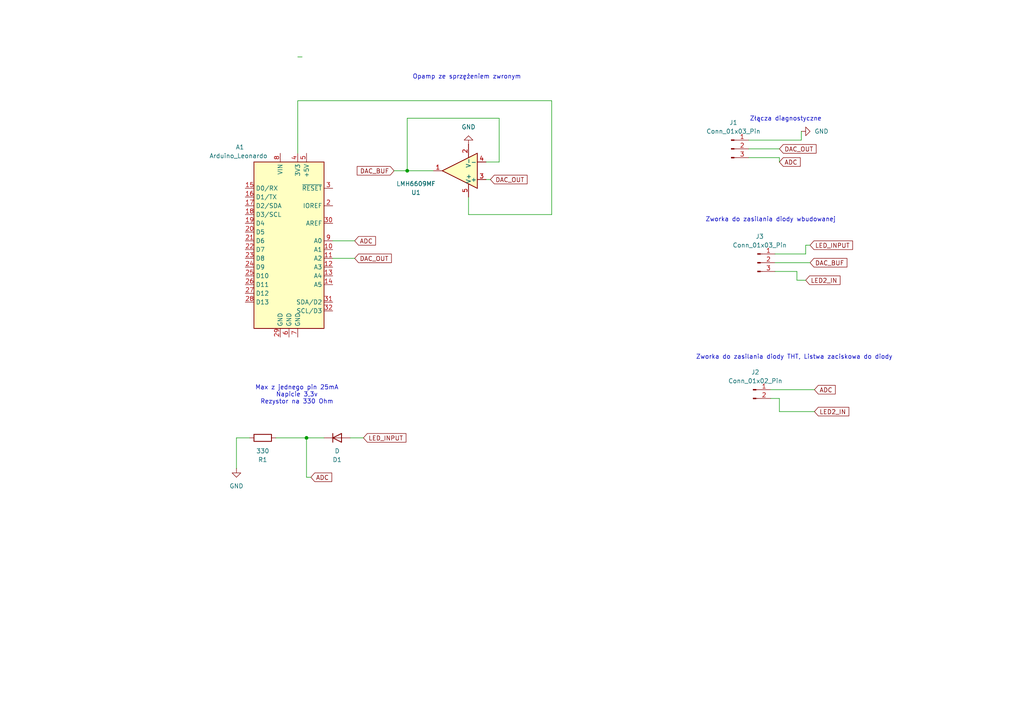
<source format=kicad_sch>
(kicad_sch
	(version 20231120)
	(generator "eeschema")
	(generator_version "8.0")
	(uuid "b1606717-19ae-4510-ae31-b246e5a4d352")
	(paper "A4")
	(lib_symbols
		(symbol "Amplifier_Operational:LMH6609MF"
			(pin_names
				(offset 0.127)
			)
			(exclude_from_sim no)
			(in_bom yes)
			(on_board yes)
			(property "Reference" "U"
				(at -1.27 6.35 0)
				(effects
					(font
						(size 1.27 1.27)
					)
					(justify left)
				)
			)
			(property "Value" "LMH6609MF"
				(at -1.27 3.81 0)
				(effects
					(font
						(size 1.27 1.27)
					)
					(justify left)
				)
			)
			(property "Footprint" "Package_TO_SOT_SMD:SOT-23-5"
				(at -2.54 -5.08 0)
				(effects
					(font
						(size 1.27 1.27)
					)
					(justify left)
					(hide yes)
				)
			)
			(property "Datasheet" "http://www.ti.com/lit/ds/symlink/lmh6609.pdf"
				(at 0 5.08 0)
				(effects
					(font
						(size 1.27 1.27)
					)
					(hide yes)
				)
			)
			(property "Description" "900MHz Voltage Feedback Op Amp, SOT-23-5"
				(at 0 0 0)
				(effects
					(font
						(size 1.27 1.27)
					)
					(hide yes)
				)
			)
			(property "ki_keywords" "opamp single wideband unity-gain stable"
				(at 0 0 0)
				(effects
					(font
						(size 1.27 1.27)
					)
					(hide yes)
				)
			)
			(property "ki_fp_filters" "SOT?23*"
				(at 0 0 0)
				(effects
					(font
						(size 1.27 1.27)
					)
					(hide yes)
				)
			)
			(symbol "LMH6609MF_0_1"
				(polyline
					(pts
						(xy -5.08 5.08) (xy 5.08 0) (xy -5.08 -5.08) (xy -5.08 5.08)
					)
					(stroke
						(width 0.254)
						(type default)
					)
					(fill
						(type background)
					)
				)
				(pin power_in line
					(at -2.54 -7.62 90)
					(length 3.81)
					(name "V-"
						(effects
							(font
								(size 1.27 1.27)
							)
						)
					)
					(number "2"
						(effects
							(font
								(size 1.27 1.27)
							)
						)
					)
				)
				(pin power_in line
					(at -2.54 7.62 270)
					(length 3.81)
					(name "V+"
						(effects
							(font
								(size 1.27 1.27)
							)
						)
					)
					(number "5"
						(effects
							(font
								(size 1.27 1.27)
							)
						)
					)
				)
			)
			(symbol "LMH6609MF_1_1"
				(pin output line
					(at 7.62 0 180)
					(length 2.54)
					(name "~"
						(effects
							(font
								(size 1.27 1.27)
							)
						)
					)
					(number "1"
						(effects
							(font
								(size 1.27 1.27)
							)
						)
					)
				)
				(pin input line
					(at -7.62 2.54 0)
					(length 2.54)
					(name "+"
						(effects
							(font
								(size 1.27 1.27)
							)
						)
					)
					(number "3"
						(effects
							(font
								(size 1.27 1.27)
							)
						)
					)
				)
				(pin input line
					(at -7.62 -2.54 0)
					(length 2.54)
					(name "-"
						(effects
							(font
								(size 1.27 1.27)
							)
						)
					)
					(number "4"
						(effects
							(font
								(size 1.27 1.27)
							)
						)
					)
				)
			)
		)
		(symbol "Connector:Conn_01x02_Pin"
			(pin_names
				(offset 1.016) hide)
			(exclude_from_sim no)
			(in_bom yes)
			(on_board yes)
			(property "Reference" "J"
				(at 0 2.54 0)
				(effects
					(font
						(size 1.27 1.27)
					)
				)
			)
			(property "Value" "Conn_01x02_Pin"
				(at 0 -5.08 0)
				(effects
					(font
						(size 1.27 1.27)
					)
				)
			)
			(property "Footprint" ""
				(at 0 0 0)
				(effects
					(font
						(size 1.27 1.27)
					)
					(hide yes)
				)
			)
			(property "Datasheet" "~"
				(at 0 0 0)
				(effects
					(font
						(size 1.27 1.27)
					)
					(hide yes)
				)
			)
			(property "Description" "Generic connector, single row, 01x02, script generated"
				(at 0 0 0)
				(effects
					(font
						(size 1.27 1.27)
					)
					(hide yes)
				)
			)
			(property "ki_locked" ""
				(at 0 0 0)
				(effects
					(font
						(size 1.27 1.27)
					)
				)
			)
			(property "ki_keywords" "connector"
				(at 0 0 0)
				(effects
					(font
						(size 1.27 1.27)
					)
					(hide yes)
				)
			)
			(property "ki_fp_filters" "Connector*:*_1x??_*"
				(at 0 0 0)
				(effects
					(font
						(size 1.27 1.27)
					)
					(hide yes)
				)
			)
			(symbol "Conn_01x02_Pin_1_1"
				(polyline
					(pts
						(xy 1.27 -2.54) (xy 0.8636 -2.54)
					)
					(stroke
						(width 0.1524)
						(type default)
					)
					(fill
						(type none)
					)
				)
				(polyline
					(pts
						(xy 1.27 0) (xy 0.8636 0)
					)
					(stroke
						(width 0.1524)
						(type default)
					)
					(fill
						(type none)
					)
				)
				(rectangle
					(start 0.8636 -2.413)
					(end 0 -2.667)
					(stroke
						(width 0.1524)
						(type default)
					)
					(fill
						(type outline)
					)
				)
				(rectangle
					(start 0.8636 0.127)
					(end 0 -0.127)
					(stroke
						(width 0.1524)
						(type default)
					)
					(fill
						(type outline)
					)
				)
				(pin passive line
					(at 5.08 0 180)
					(length 3.81)
					(name "Pin_1"
						(effects
							(font
								(size 1.27 1.27)
							)
						)
					)
					(number "1"
						(effects
							(font
								(size 1.27 1.27)
							)
						)
					)
				)
				(pin passive line
					(at 5.08 -2.54 180)
					(length 3.81)
					(name "Pin_2"
						(effects
							(font
								(size 1.27 1.27)
							)
						)
					)
					(number "2"
						(effects
							(font
								(size 1.27 1.27)
							)
						)
					)
				)
			)
		)
		(symbol "Connector:Conn_01x03_Pin"
			(pin_names
				(offset 1.016) hide)
			(exclude_from_sim no)
			(in_bom yes)
			(on_board yes)
			(property "Reference" "J"
				(at 0 5.08 0)
				(effects
					(font
						(size 1.27 1.27)
					)
				)
			)
			(property "Value" "Conn_01x03_Pin"
				(at 0 -5.08 0)
				(effects
					(font
						(size 1.27 1.27)
					)
				)
			)
			(property "Footprint" ""
				(at 0 0 0)
				(effects
					(font
						(size 1.27 1.27)
					)
					(hide yes)
				)
			)
			(property "Datasheet" "~"
				(at 0 0 0)
				(effects
					(font
						(size 1.27 1.27)
					)
					(hide yes)
				)
			)
			(property "Description" "Generic connector, single row, 01x03, script generated"
				(at 0 0 0)
				(effects
					(font
						(size 1.27 1.27)
					)
					(hide yes)
				)
			)
			(property "ki_locked" ""
				(at 0 0 0)
				(effects
					(font
						(size 1.27 1.27)
					)
				)
			)
			(property "ki_keywords" "connector"
				(at 0 0 0)
				(effects
					(font
						(size 1.27 1.27)
					)
					(hide yes)
				)
			)
			(property "ki_fp_filters" "Connector*:*_1x??_*"
				(at 0 0 0)
				(effects
					(font
						(size 1.27 1.27)
					)
					(hide yes)
				)
			)
			(symbol "Conn_01x03_Pin_1_1"
				(polyline
					(pts
						(xy 1.27 -2.54) (xy 0.8636 -2.54)
					)
					(stroke
						(width 0.1524)
						(type default)
					)
					(fill
						(type none)
					)
				)
				(polyline
					(pts
						(xy 1.27 0) (xy 0.8636 0)
					)
					(stroke
						(width 0.1524)
						(type default)
					)
					(fill
						(type none)
					)
				)
				(polyline
					(pts
						(xy 1.27 2.54) (xy 0.8636 2.54)
					)
					(stroke
						(width 0.1524)
						(type default)
					)
					(fill
						(type none)
					)
				)
				(rectangle
					(start 0.8636 -2.413)
					(end 0 -2.667)
					(stroke
						(width 0.1524)
						(type default)
					)
					(fill
						(type outline)
					)
				)
				(rectangle
					(start 0.8636 0.127)
					(end 0 -0.127)
					(stroke
						(width 0.1524)
						(type default)
					)
					(fill
						(type outline)
					)
				)
				(rectangle
					(start 0.8636 2.667)
					(end 0 2.413)
					(stroke
						(width 0.1524)
						(type default)
					)
					(fill
						(type outline)
					)
				)
				(pin passive line
					(at 5.08 2.54 180)
					(length 3.81)
					(name "Pin_1"
						(effects
							(font
								(size 1.27 1.27)
							)
						)
					)
					(number "1"
						(effects
							(font
								(size 1.27 1.27)
							)
						)
					)
				)
				(pin passive line
					(at 5.08 0 180)
					(length 3.81)
					(name "Pin_2"
						(effects
							(font
								(size 1.27 1.27)
							)
						)
					)
					(number "2"
						(effects
							(font
								(size 1.27 1.27)
							)
						)
					)
				)
				(pin passive line
					(at 5.08 -2.54 180)
					(length 3.81)
					(name "Pin_3"
						(effects
							(font
								(size 1.27 1.27)
							)
						)
					)
					(number "3"
						(effects
							(font
								(size 1.27 1.27)
							)
						)
					)
				)
			)
		)
		(symbol "Device:D"
			(pin_numbers hide)
			(pin_names
				(offset 1.016) hide)
			(exclude_from_sim no)
			(in_bom yes)
			(on_board yes)
			(property "Reference" "D"
				(at 0 2.54 0)
				(effects
					(font
						(size 1.27 1.27)
					)
				)
			)
			(property "Value" "D"
				(at 0 -2.54 0)
				(effects
					(font
						(size 1.27 1.27)
					)
				)
			)
			(property "Footprint" ""
				(at 0 0 0)
				(effects
					(font
						(size 1.27 1.27)
					)
					(hide yes)
				)
			)
			(property "Datasheet" "~"
				(at 0 0 0)
				(effects
					(font
						(size 1.27 1.27)
					)
					(hide yes)
				)
			)
			(property "Description" "Diode"
				(at 0 0 0)
				(effects
					(font
						(size 1.27 1.27)
					)
					(hide yes)
				)
			)
			(property "Sim.Device" "D"
				(at 0 0 0)
				(effects
					(font
						(size 1.27 1.27)
					)
					(hide yes)
				)
			)
			(property "Sim.Pins" "1=K 2=A"
				(at 0 0 0)
				(effects
					(font
						(size 1.27 1.27)
					)
					(hide yes)
				)
			)
			(property "ki_keywords" "diode"
				(at 0 0 0)
				(effects
					(font
						(size 1.27 1.27)
					)
					(hide yes)
				)
			)
			(property "ki_fp_filters" "TO-???* *_Diode_* *SingleDiode* D_*"
				(at 0 0 0)
				(effects
					(font
						(size 1.27 1.27)
					)
					(hide yes)
				)
			)
			(symbol "D_0_1"
				(polyline
					(pts
						(xy -1.27 1.27) (xy -1.27 -1.27)
					)
					(stroke
						(width 0.254)
						(type default)
					)
					(fill
						(type none)
					)
				)
				(polyline
					(pts
						(xy 1.27 0) (xy -1.27 0)
					)
					(stroke
						(width 0)
						(type default)
					)
					(fill
						(type none)
					)
				)
				(polyline
					(pts
						(xy 1.27 1.27) (xy 1.27 -1.27) (xy -1.27 0) (xy 1.27 1.27)
					)
					(stroke
						(width 0.254)
						(type default)
					)
					(fill
						(type none)
					)
				)
			)
			(symbol "D_1_1"
				(pin passive line
					(at -3.81 0 0)
					(length 2.54)
					(name "K"
						(effects
							(font
								(size 1.27 1.27)
							)
						)
					)
					(number "1"
						(effects
							(font
								(size 1.27 1.27)
							)
						)
					)
				)
				(pin passive line
					(at 3.81 0 180)
					(length 2.54)
					(name "A"
						(effects
							(font
								(size 1.27 1.27)
							)
						)
					)
					(number "2"
						(effects
							(font
								(size 1.27 1.27)
							)
						)
					)
				)
			)
		)
		(symbol "Device:R"
			(pin_numbers hide)
			(pin_names
				(offset 0)
			)
			(exclude_from_sim no)
			(in_bom yes)
			(on_board yes)
			(property "Reference" "R"
				(at 2.032 0 90)
				(effects
					(font
						(size 1.27 1.27)
					)
				)
			)
			(property "Value" "R"
				(at 0 0 90)
				(effects
					(font
						(size 1.27 1.27)
					)
				)
			)
			(property "Footprint" ""
				(at -1.778 0 90)
				(effects
					(font
						(size 1.27 1.27)
					)
					(hide yes)
				)
			)
			(property "Datasheet" "~"
				(at 0 0 0)
				(effects
					(font
						(size 1.27 1.27)
					)
					(hide yes)
				)
			)
			(property "Description" "Resistor"
				(at 0 0 0)
				(effects
					(font
						(size 1.27 1.27)
					)
					(hide yes)
				)
			)
			(property "ki_keywords" "R res resistor"
				(at 0 0 0)
				(effects
					(font
						(size 1.27 1.27)
					)
					(hide yes)
				)
			)
			(property "ki_fp_filters" "R_*"
				(at 0 0 0)
				(effects
					(font
						(size 1.27 1.27)
					)
					(hide yes)
				)
			)
			(symbol "R_0_1"
				(rectangle
					(start -1.016 -2.54)
					(end 1.016 2.54)
					(stroke
						(width 0.254)
						(type default)
					)
					(fill
						(type none)
					)
				)
			)
			(symbol "R_1_1"
				(pin passive line
					(at 0 3.81 270)
					(length 1.27)
					(name "~"
						(effects
							(font
								(size 1.27 1.27)
							)
						)
					)
					(number "1"
						(effects
							(font
								(size 1.27 1.27)
							)
						)
					)
				)
				(pin passive line
					(at 0 -3.81 90)
					(length 1.27)
					(name "~"
						(effects
							(font
								(size 1.27 1.27)
							)
						)
					)
					(number "2"
						(effects
							(font
								(size 1.27 1.27)
							)
						)
					)
				)
			)
		)
		(symbol "MCU_Module:Arduino_Leonardo"
			(exclude_from_sim no)
			(in_bom yes)
			(on_board yes)
			(property "Reference" "A"
				(at -10.16 23.495 0)
				(effects
					(font
						(size 1.27 1.27)
					)
					(justify left bottom)
				)
			)
			(property "Value" "Arduino_Leonardo"
				(at 5.08 -26.67 0)
				(effects
					(font
						(size 1.27 1.27)
					)
					(justify left top)
				)
			)
			(property "Footprint" "Module:Arduino_UNO_R3"
				(at 0 0 0)
				(effects
					(font
						(size 1.27 1.27)
						(italic yes)
					)
					(hide yes)
				)
			)
			(property "Datasheet" "https://www.arduino.cc/en/Main/ArduinoBoardLeonardo"
				(at 0 0 0)
				(effects
					(font
						(size 1.27 1.27)
					)
					(hide yes)
				)
			)
			(property "Description" "Arduino LEONARDO Microcontroller Module"
				(at 0 0 0)
				(effects
					(font
						(size 1.27 1.27)
					)
					(hide yes)
				)
			)
			(property "ki_keywords" "Arduino LEONARDO Microcontroller Module Atmel AVR USB"
				(at 0 0 0)
				(effects
					(font
						(size 1.27 1.27)
					)
					(hide yes)
				)
			)
			(property "ki_fp_filters" "Arduino*UNO*R3*"
				(at 0 0 0)
				(effects
					(font
						(size 1.27 1.27)
					)
					(hide yes)
				)
			)
			(symbol "Arduino_Leonardo_0_1"
				(rectangle
					(start -10.16 22.86)
					(end 10.16 -25.4)
					(stroke
						(width 0.254)
						(type default)
					)
					(fill
						(type background)
					)
				)
			)
			(symbol "Arduino_Leonardo_1_1"
				(pin no_connect line
					(at -10.16 -20.32 0)
					(length 2.54) hide
					(name "NC"
						(effects
							(font
								(size 1.27 1.27)
							)
						)
					)
					(number "1"
						(effects
							(font
								(size 1.27 1.27)
							)
						)
					)
				)
				(pin bidirectional line
					(at 12.7 -2.54 180)
					(length 2.54)
					(name "A1"
						(effects
							(font
								(size 1.27 1.27)
							)
						)
					)
					(number "10"
						(effects
							(font
								(size 1.27 1.27)
							)
						)
					)
				)
				(pin bidirectional line
					(at 12.7 -5.08 180)
					(length 2.54)
					(name "A2"
						(effects
							(font
								(size 1.27 1.27)
							)
						)
					)
					(number "11"
						(effects
							(font
								(size 1.27 1.27)
							)
						)
					)
				)
				(pin bidirectional line
					(at 12.7 -7.62 180)
					(length 2.54)
					(name "A3"
						(effects
							(font
								(size 1.27 1.27)
							)
						)
					)
					(number "12"
						(effects
							(font
								(size 1.27 1.27)
							)
						)
					)
				)
				(pin bidirectional line
					(at 12.7 -10.16 180)
					(length 2.54)
					(name "A4"
						(effects
							(font
								(size 1.27 1.27)
							)
						)
					)
					(number "13"
						(effects
							(font
								(size 1.27 1.27)
							)
						)
					)
				)
				(pin bidirectional line
					(at 12.7 -12.7 180)
					(length 2.54)
					(name "A5"
						(effects
							(font
								(size 1.27 1.27)
							)
						)
					)
					(number "14"
						(effects
							(font
								(size 1.27 1.27)
							)
						)
					)
				)
				(pin bidirectional line
					(at -12.7 15.24 0)
					(length 2.54)
					(name "D0/RX"
						(effects
							(font
								(size 1.27 1.27)
							)
						)
					)
					(number "15"
						(effects
							(font
								(size 1.27 1.27)
							)
						)
					)
				)
				(pin bidirectional line
					(at -12.7 12.7 0)
					(length 2.54)
					(name "D1/TX"
						(effects
							(font
								(size 1.27 1.27)
							)
						)
					)
					(number "16"
						(effects
							(font
								(size 1.27 1.27)
							)
						)
					)
				)
				(pin bidirectional line
					(at -12.7 10.16 0)
					(length 2.54)
					(name "D2/SDA"
						(effects
							(font
								(size 1.27 1.27)
							)
						)
					)
					(number "17"
						(effects
							(font
								(size 1.27 1.27)
							)
						)
					)
				)
				(pin bidirectional line
					(at -12.7 7.62 0)
					(length 2.54)
					(name "D3/SCL"
						(effects
							(font
								(size 1.27 1.27)
							)
						)
					)
					(number "18"
						(effects
							(font
								(size 1.27 1.27)
							)
						)
					)
				)
				(pin bidirectional line
					(at -12.7 5.08 0)
					(length 2.54)
					(name "D4"
						(effects
							(font
								(size 1.27 1.27)
							)
						)
					)
					(number "19"
						(effects
							(font
								(size 1.27 1.27)
							)
						)
					)
				)
				(pin output line
					(at 12.7 10.16 180)
					(length 2.54)
					(name "IOREF"
						(effects
							(font
								(size 1.27 1.27)
							)
						)
					)
					(number "2"
						(effects
							(font
								(size 1.27 1.27)
							)
						)
					)
				)
				(pin bidirectional line
					(at -12.7 2.54 0)
					(length 2.54)
					(name "D5"
						(effects
							(font
								(size 1.27 1.27)
							)
						)
					)
					(number "20"
						(effects
							(font
								(size 1.27 1.27)
							)
						)
					)
				)
				(pin bidirectional line
					(at -12.7 0 0)
					(length 2.54)
					(name "D6"
						(effects
							(font
								(size 1.27 1.27)
							)
						)
					)
					(number "21"
						(effects
							(font
								(size 1.27 1.27)
							)
						)
					)
				)
				(pin bidirectional line
					(at -12.7 -2.54 0)
					(length 2.54)
					(name "D7"
						(effects
							(font
								(size 1.27 1.27)
							)
						)
					)
					(number "22"
						(effects
							(font
								(size 1.27 1.27)
							)
						)
					)
				)
				(pin bidirectional line
					(at -12.7 -5.08 0)
					(length 2.54)
					(name "D8"
						(effects
							(font
								(size 1.27 1.27)
							)
						)
					)
					(number "23"
						(effects
							(font
								(size 1.27 1.27)
							)
						)
					)
				)
				(pin bidirectional line
					(at -12.7 -7.62 0)
					(length 2.54)
					(name "D9"
						(effects
							(font
								(size 1.27 1.27)
							)
						)
					)
					(number "24"
						(effects
							(font
								(size 1.27 1.27)
							)
						)
					)
				)
				(pin bidirectional line
					(at -12.7 -10.16 0)
					(length 2.54)
					(name "D10"
						(effects
							(font
								(size 1.27 1.27)
							)
						)
					)
					(number "25"
						(effects
							(font
								(size 1.27 1.27)
							)
						)
					)
				)
				(pin bidirectional line
					(at -12.7 -12.7 0)
					(length 2.54)
					(name "D11"
						(effects
							(font
								(size 1.27 1.27)
							)
						)
					)
					(number "26"
						(effects
							(font
								(size 1.27 1.27)
							)
						)
					)
				)
				(pin bidirectional line
					(at -12.7 -15.24 0)
					(length 2.54)
					(name "D12"
						(effects
							(font
								(size 1.27 1.27)
							)
						)
					)
					(number "27"
						(effects
							(font
								(size 1.27 1.27)
							)
						)
					)
				)
				(pin bidirectional line
					(at -12.7 -17.78 0)
					(length 2.54)
					(name "D13"
						(effects
							(font
								(size 1.27 1.27)
							)
						)
					)
					(number "28"
						(effects
							(font
								(size 1.27 1.27)
							)
						)
					)
				)
				(pin power_in line
					(at -2.54 -27.94 90)
					(length 2.54)
					(name "GND"
						(effects
							(font
								(size 1.27 1.27)
							)
						)
					)
					(number "29"
						(effects
							(font
								(size 1.27 1.27)
							)
						)
					)
				)
				(pin input line
					(at 12.7 15.24 180)
					(length 2.54)
					(name "~{RESET}"
						(effects
							(font
								(size 1.27 1.27)
							)
						)
					)
					(number "3"
						(effects
							(font
								(size 1.27 1.27)
							)
						)
					)
				)
				(pin input line
					(at 12.7 5.08 180)
					(length 2.54)
					(name "AREF"
						(effects
							(font
								(size 1.27 1.27)
							)
						)
					)
					(number "30"
						(effects
							(font
								(size 1.27 1.27)
							)
						)
					)
				)
				(pin bidirectional line
					(at 12.7 -17.78 180)
					(length 2.54)
					(name "SDA/D2"
						(effects
							(font
								(size 1.27 1.27)
							)
						)
					)
					(number "31"
						(effects
							(font
								(size 1.27 1.27)
							)
						)
					)
				)
				(pin bidirectional line
					(at 12.7 -20.32 180)
					(length 2.54)
					(name "SCL/D3"
						(effects
							(font
								(size 1.27 1.27)
							)
						)
					)
					(number "32"
						(effects
							(font
								(size 1.27 1.27)
							)
						)
					)
				)
				(pin power_out line
					(at 2.54 25.4 270)
					(length 2.54)
					(name "3V3"
						(effects
							(font
								(size 1.27 1.27)
							)
						)
					)
					(number "4"
						(effects
							(font
								(size 1.27 1.27)
							)
						)
					)
				)
				(pin power_out line
					(at 5.08 25.4 270)
					(length 2.54)
					(name "+5V"
						(effects
							(font
								(size 1.27 1.27)
							)
						)
					)
					(number "5"
						(effects
							(font
								(size 1.27 1.27)
							)
						)
					)
				)
				(pin power_in line
					(at 0 -27.94 90)
					(length 2.54)
					(name "GND"
						(effects
							(font
								(size 1.27 1.27)
							)
						)
					)
					(number "6"
						(effects
							(font
								(size 1.27 1.27)
							)
						)
					)
				)
				(pin power_in line
					(at 2.54 -27.94 90)
					(length 2.54)
					(name "GND"
						(effects
							(font
								(size 1.27 1.27)
							)
						)
					)
					(number "7"
						(effects
							(font
								(size 1.27 1.27)
							)
						)
					)
				)
				(pin power_in line
					(at -2.54 25.4 270)
					(length 2.54)
					(name "VIN"
						(effects
							(font
								(size 1.27 1.27)
							)
						)
					)
					(number "8"
						(effects
							(font
								(size 1.27 1.27)
							)
						)
					)
				)
				(pin bidirectional line
					(at 12.7 0 180)
					(length 2.54)
					(name "A0"
						(effects
							(font
								(size 1.27 1.27)
							)
						)
					)
					(number "9"
						(effects
							(font
								(size 1.27 1.27)
							)
						)
					)
				)
			)
		)
		(symbol "power:GND"
			(power)
			(pin_numbers hide)
			(pin_names
				(offset 0) hide)
			(exclude_from_sim no)
			(in_bom yes)
			(on_board yes)
			(property "Reference" "#PWR"
				(at 0 -6.35 0)
				(effects
					(font
						(size 1.27 1.27)
					)
					(hide yes)
				)
			)
			(property "Value" "GND"
				(at 0 -3.81 0)
				(effects
					(font
						(size 1.27 1.27)
					)
				)
			)
			(property "Footprint" ""
				(at 0 0 0)
				(effects
					(font
						(size 1.27 1.27)
					)
					(hide yes)
				)
			)
			(property "Datasheet" ""
				(at 0 0 0)
				(effects
					(font
						(size 1.27 1.27)
					)
					(hide yes)
				)
			)
			(property "Description" "Power symbol creates a global label with name \"GND\" , ground"
				(at 0 0 0)
				(effects
					(font
						(size 1.27 1.27)
					)
					(hide yes)
				)
			)
			(property "ki_keywords" "global power"
				(at 0 0 0)
				(effects
					(font
						(size 1.27 1.27)
					)
					(hide yes)
				)
			)
			(symbol "GND_0_1"
				(polyline
					(pts
						(xy 0 0) (xy 0 -1.27) (xy 1.27 -1.27) (xy 0 -2.54) (xy -1.27 -1.27) (xy 0 -1.27)
					)
					(stroke
						(width 0)
						(type default)
					)
					(fill
						(type none)
					)
				)
			)
			(symbol "GND_1_1"
				(pin power_in line
					(at 0 0 270)
					(length 0)
					(name "~"
						(effects
							(font
								(size 1.27 1.27)
							)
						)
					)
					(number "1"
						(effects
							(font
								(size 1.27 1.27)
							)
						)
					)
				)
			)
		)
	)
	(junction
		(at 118.11 49.53)
		(diameter 0)
		(color 0 0 0 0)
		(uuid "1703fcf0-74f7-4e27-8135-13d0ae8e2214")
	)
	(junction
		(at 88.9 127)
		(diameter 0)
		(color 0 0 0 0)
		(uuid "adc33c2a-4e4d-4eb0-aa88-852a43b437d5")
	)
	(wire
		(pts
			(xy 88.9 127) (xy 80.01 127)
		)
		(stroke
			(width 0)
			(type default)
		)
		(uuid "03c86beb-1aee-485c-835a-a9dccc3a81e5")
	)
	(wire
		(pts
			(xy 118.11 49.53) (xy 125.73 49.53)
		)
		(stroke
			(width 0)
			(type default)
		)
		(uuid "03e6375f-646e-49a1-b9cf-b38a604f275f")
	)
	(wire
		(pts
			(xy 144.78 46.99) (xy 144.78 34.29)
		)
		(stroke
			(width 0)
			(type default)
		)
		(uuid "06c26420-dde8-429e-b7a6-1f6e45115bc1")
	)
	(wire
		(pts
			(xy 90.17 138.43) (xy 88.9 138.43)
		)
		(stroke
			(width 0)
			(type default)
		)
		(uuid "184d83ac-b607-4e2f-955e-36f591aa21b8")
	)
	(wire
		(pts
			(xy 96.52 74.93) (xy 102.87 74.93)
		)
		(stroke
			(width 0)
			(type default)
		)
		(uuid "191a2361-be2c-4bbf-879f-b44c75084a3d")
	)
	(wire
		(pts
			(xy 86.36 29.21) (xy 160.02 29.21)
		)
		(stroke
			(width 0)
			(type default)
		)
		(uuid "1c66e06a-ea99-41ae-b040-a021a78544a4")
	)
	(wire
		(pts
			(xy 135.89 62.23) (xy 160.02 62.23)
		)
		(stroke
			(width 0)
			(type default)
		)
		(uuid "2fb8954d-ab66-4704-8123-55fbbb4d4db7")
	)
	(wire
		(pts
			(xy 87.63 16.51) (xy 86.36 16.51)
		)
		(stroke
			(width 0)
			(type default)
		)
		(uuid "3995f834-a416-4e91-9a08-4603b7d65fee")
	)
	(wire
		(pts
			(xy 68.58 127) (xy 68.58 135.89)
		)
		(stroke
			(width 0)
			(type default)
		)
		(uuid "3a004881-ef78-44da-be6c-d5aa6b3b9d81")
	)
	(wire
		(pts
			(xy 105.41 127) (xy 101.6 127)
		)
		(stroke
			(width 0)
			(type default)
		)
		(uuid "411a587e-02d3-4bd8-812f-6d985b87e544")
	)
	(wire
		(pts
			(xy 233.68 71.12) (xy 233.68 73.66)
		)
		(stroke
			(width 0)
			(type default)
		)
		(uuid "4b36770e-ef94-49b1-9850-0c11c673cdd3")
	)
	(wire
		(pts
			(xy 236.22 119.38) (xy 226.06 119.38)
		)
		(stroke
			(width 0)
			(type default)
		)
		(uuid "532de1f8-c21e-424c-ba2f-6c79a3053330")
	)
	(wire
		(pts
			(xy 135.89 57.15) (xy 135.89 62.23)
		)
		(stroke
			(width 0)
			(type default)
		)
		(uuid "6456fa58-2fd5-49fa-8370-da13140b214f")
	)
	(wire
		(pts
			(xy 217.17 43.18) (xy 226.06 43.18)
		)
		(stroke
			(width 0)
			(type default)
		)
		(uuid "67a51ad7-9569-4d39-8de8-ce2655fabdaf")
	)
	(wire
		(pts
			(xy 224.79 78.74) (xy 231.14 78.74)
		)
		(stroke
			(width 0)
			(type default)
		)
		(uuid "7adeec46-da92-4a95-a629-5d6b69fe1e3a")
	)
	(wire
		(pts
			(xy 68.58 127) (xy 72.39 127)
		)
		(stroke
			(width 0)
			(type default)
		)
		(uuid "7c57e1df-16f0-47f1-8b25-7246e67d89ae")
	)
	(wire
		(pts
			(xy 86.36 44.45) (xy 86.36 29.21)
		)
		(stroke
			(width 0)
			(type default)
		)
		(uuid "916035be-d342-462a-84c3-657adaa65147")
	)
	(wire
		(pts
			(xy 231.14 81.28) (xy 233.68 81.28)
		)
		(stroke
			(width 0)
			(type default)
		)
		(uuid "96e9cd3b-397b-486d-8e65-66ad5dc6217d")
	)
	(wire
		(pts
			(xy 223.52 113.03) (xy 236.22 113.03)
		)
		(stroke
			(width 0)
			(type default)
		)
		(uuid "974179b5-86e8-4780-beb9-796d819fd3f6")
	)
	(wire
		(pts
			(xy 217.17 45.72) (xy 226.06 45.72)
		)
		(stroke
			(width 0)
			(type default)
		)
		(uuid "98c1be12-4d56-4d08-a981-263daa706050")
	)
	(wire
		(pts
			(xy 140.97 46.99) (xy 144.78 46.99)
		)
		(stroke
			(width 0)
			(type default)
		)
		(uuid "9ea44bf2-a2bb-4234-809c-6f68106f0177")
	)
	(wire
		(pts
			(xy 144.78 34.29) (xy 118.11 34.29)
		)
		(stroke
			(width 0)
			(type default)
		)
		(uuid "9eeab15a-3c63-4fc4-87fa-a4b125a8fa1e")
	)
	(wire
		(pts
			(xy 142.24 52.07) (xy 140.97 52.07)
		)
		(stroke
			(width 0)
			(type default)
		)
		(uuid "ac493ad9-853a-4b75-89ce-a216ea8e67af")
	)
	(wire
		(pts
			(xy 93.98 127) (xy 88.9 127)
		)
		(stroke
			(width 0)
			(type default)
		)
		(uuid "b60565b0-5b70-456c-be65-2552cdd20bca")
	)
	(wire
		(pts
			(xy 226.06 119.38) (xy 226.06 115.57)
		)
		(stroke
			(width 0)
			(type default)
		)
		(uuid "b797e722-578f-447e-93ca-277312346b80")
	)
	(wire
		(pts
			(xy 118.11 34.29) (xy 118.11 49.53)
		)
		(stroke
			(width 0)
			(type default)
		)
		(uuid "b8c4f5c3-a965-479a-b7bf-e3f9a81b6a58")
	)
	(wire
		(pts
			(xy 160.02 29.21) (xy 160.02 62.23)
		)
		(stroke
			(width 0)
			(type default)
		)
		(uuid "bdf8a8cb-9f33-4b3e-beaf-848c89045549")
	)
	(wire
		(pts
			(xy 224.79 76.2) (xy 234.95 76.2)
		)
		(stroke
			(width 0)
			(type default)
		)
		(uuid "d4796e92-511b-417d-967d-13a03073deac")
	)
	(wire
		(pts
			(xy 234.95 71.12) (xy 233.68 71.12)
		)
		(stroke
			(width 0)
			(type default)
		)
		(uuid "d57e985e-3265-4bd4-aaf7-4251da341799")
	)
	(wire
		(pts
			(xy 231.14 78.74) (xy 231.14 81.28)
		)
		(stroke
			(width 0)
			(type default)
		)
		(uuid "d7ef5911-8803-4938-b81d-1058d88217ac")
	)
	(wire
		(pts
			(xy 226.06 45.72) (xy 226.06 46.99)
		)
		(stroke
			(width 0)
			(type default)
		)
		(uuid "da9f5001-0798-48ed-a03a-f7d8d648200b")
	)
	(wire
		(pts
			(xy 102.87 69.85) (xy 96.52 69.85)
		)
		(stroke
			(width 0)
			(type default)
		)
		(uuid "dd34797e-ea55-4f68-8e95-f35d8947acb0")
	)
	(wire
		(pts
			(xy 226.06 115.57) (xy 223.52 115.57)
		)
		(stroke
			(width 0)
			(type default)
		)
		(uuid "ddb4db98-27a3-466b-b1a4-bacdfcc1d849")
	)
	(wire
		(pts
			(xy 217.17 40.64) (xy 232.41 40.64)
		)
		(stroke
			(width 0)
			(type default)
		)
		(uuid "de367f9b-98e8-4fb8-b0da-680cd87540a2")
	)
	(wire
		(pts
			(xy 232.41 40.64) (xy 232.41 38.1)
		)
		(stroke
			(width 0)
			(type default)
		)
		(uuid "de5fdde5-e94a-49f8-b855-609ee641d18b")
	)
	(wire
		(pts
			(xy 114.3 49.53) (xy 118.11 49.53)
		)
		(stroke
			(width 0)
			(type default)
		)
		(uuid "dede8163-5b73-43cf-9b5a-601a2e136da9")
	)
	(wire
		(pts
			(xy 88.9 127) (xy 88.9 138.43)
		)
		(stroke
			(width 0)
			(type default)
		)
		(uuid "eb87684c-12ae-4966-a471-2f045fd325da")
	)
	(wire
		(pts
			(xy 233.68 73.66) (xy 224.79 73.66)
		)
		(stroke
			(width 0)
			(type default)
		)
		(uuid "f630b048-acad-4a76-a212-9bb03a2cc544")
	)
	(text "Opamp ze sprzężeniem zwronym \n"
		(exclude_from_sim no)
		(at 135.89 22.352 0)
		(effects
			(font
				(size 1.27 1.27)
			)
		)
		(uuid "1bc48b6a-fe49-4a5e-9266-48dc864cff70")
	)
	(text "Zworka do zasilania diody wbudowanej"
		(exclude_from_sim no)
		(at 223.52 63.754 0)
		(effects
			(font
				(size 1.27 1.27)
			)
		)
		(uuid "8a03ee7f-26d1-42e0-94b9-46f30e513d7e")
	)
	(text "Max z jednego pin 25mA\nNapicie 3,3v\nRezystor na 330 Ohm\n\n"
		(exclude_from_sim no)
		(at 86.106 115.57 0)
		(effects
			(font
				(size 1.27 1.27)
			)
		)
		(uuid "9791397f-b504-4093-9894-f94bf74eb884")
	)
	(text "Złącza diagnostyczne  "
		(exclude_from_sim no)
		(at 228.854 34.544 0)
		(effects
			(font
				(size 1.27 1.27)
			)
		)
		(uuid "b3b227d3-ec3f-4a54-9bcd-8bb1ec8bbbc0")
	)
	(text "Zworka do zasilania diody THT, Listwa zaciskowa do diody"
		(exclude_from_sim no)
		(at 230.378 103.632 0)
		(effects
			(font
				(size 1.27 1.27)
			)
		)
		(uuid "b7521ea6-da45-4be5-a767-df94b8282341")
	)
	(global_label "DAC_OUT"
		(shape input)
		(at 142.24 52.07 0)
		(fields_autoplaced yes)
		(effects
			(font
				(size 1.27 1.27)
			)
			(justify left)
		)
		(uuid "0aa42beb-9b15-4105-80aa-2a7d9c28e2e0")
		(property "Intersheetrefs" "${INTERSHEET_REFS}"
			(at 153.45 52.07 0)
			(effects
				(font
					(size 1.27 1.27)
				)
				(justify left)
				(hide yes)
			)
		)
	)
	(global_label "LED_INPUT"
		(shape input)
		(at 105.41 127 0)
		(fields_autoplaced yes)
		(effects
			(font
				(size 1.27 1.27)
			)
			(justify left)
		)
		(uuid "662f4764-0fbb-4391-927e-a2eb690656dd")
		(property "Intersheetrefs" "${INTERSHEET_REFS}"
			(at 118.3133 127 0)
			(effects
				(font
					(size 1.27 1.27)
				)
				(justify left)
				(hide yes)
			)
		)
	)
	(global_label "DAC_BUF"
		(shape input)
		(at 234.95 76.2 0)
		(fields_autoplaced yes)
		(effects
			(font
				(size 1.27 1.27)
			)
			(justify left)
		)
		(uuid "6dd25b9b-96c9-4843-aa40-d71bbd9cc3d9")
		(property "Intersheetrefs" "${INTERSHEET_REFS}"
			(at 246.2205 76.2 0)
			(effects
				(font
					(size 1.27 1.27)
				)
				(justify left)
				(hide yes)
			)
		)
	)
	(global_label "DAC_OUT"
		(shape input)
		(at 226.06 43.18 0)
		(fields_autoplaced yes)
		(effects
			(font
				(size 1.27 1.27)
			)
			(justify left)
		)
		(uuid "7af87973-0f33-44b8-aa56-60857019f880")
		(property "Intersheetrefs" "${INTERSHEET_REFS}"
			(at 237.27 43.18 0)
			(effects
				(font
					(size 1.27 1.27)
				)
				(justify left)
				(hide yes)
			)
		)
	)
	(global_label "ADC"
		(shape input)
		(at 226.06 46.99 0)
		(fields_autoplaced yes)
		(effects
			(font
				(size 1.27 1.27)
			)
			(justify left)
		)
		(uuid "830c1d90-b2c3-41f4-becd-5c27467253a8")
		(property "Intersheetrefs" "${INTERSHEET_REFS}"
			(at 232.6738 46.99 0)
			(effects
				(font
					(size 1.27 1.27)
				)
				(justify left)
				(hide yes)
			)
		)
	)
	(global_label "ADC"
		(shape input)
		(at 90.17 138.43 0)
		(fields_autoplaced yes)
		(effects
			(font
				(size 1.27 1.27)
			)
			(justify left)
		)
		(uuid "992148bf-52cd-462b-bf77-2e60b35845ae")
		(property "Intersheetrefs" "${INTERSHEET_REFS}"
			(at 96.7838 138.43 0)
			(effects
				(font
					(size 1.27 1.27)
				)
				(justify left)
				(hide yes)
			)
		)
	)
	(global_label "LED2_IN"
		(shape input)
		(at 236.22 119.38 0)
		(fields_autoplaced yes)
		(effects
			(font
				(size 1.27 1.27)
			)
			(justify left)
		)
		(uuid "a6159fd6-5c56-49ba-b7ff-10a53d126469")
		(property "Intersheetrefs" "${INTERSHEET_REFS}"
			(at 246.7647 119.38 0)
			(effects
				(font
					(size 1.27 1.27)
				)
				(justify left)
				(hide yes)
			)
		)
	)
	(global_label "DAC_OUT"
		(shape input)
		(at 102.87 74.93 0)
		(fields_autoplaced yes)
		(effects
			(font
				(size 1.27 1.27)
			)
			(justify left)
		)
		(uuid "b8c1ef33-c2c7-4dac-973e-3eaa2bf951e7")
		(property "Intersheetrefs" "${INTERSHEET_REFS}"
			(at 114.08 74.93 0)
			(effects
				(font
					(size 1.27 1.27)
				)
				(justify left)
				(hide yes)
			)
		)
	)
	(global_label "LED_INPUT"
		(shape input)
		(at 234.95 71.12 0)
		(fields_autoplaced yes)
		(effects
			(font
				(size 1.27 1.27)
			)
			(justify left)
		)
		(uuid "c8553a2b-227a-4551-8489-7b90ce44d134")
		(property "Intersheetrefs" "${INTERSHEET_REFS}"
			(at 247.8533 71.12 0)
			(effects
				(font
					(size 1.27 1.27)
				)
				(justify left)
				(hide yes)
			)
		)
	)
	(global_label "DAC_BUF"
		(shape input)
		(at 114.3 49.53 180)
		(fields_autoplaced yes)
		(effects
			(font
				(size 1.27 1.27)
			)
			(justify right)
		)
		(uuid "c955d3af-74c8-44be-a5b4-f85536776566")
		(property "Intersheetrefs" "${INTERSHEET_REFS}"
			(at 103.0295 49.53 0)
			(effects
				(font
					(size 1.27 1.27)
				)
				(justify right)
				(hide yes)
			)
		)
	)
	(global_label "LED2_IN"
		(shape input)
		(at 233.68 81.28 0)
		(fields_autoplaced yes)
		(effects
			(font
				(size 1.27 1.27)
			)
			(justify left)
		)
		(uuid "e1f2b268-59dd-4799-81f1-cd3096c53a00")
		(property "Intersheetrefs" "${INTERSHEET_REFS}"
			(at 244.2247 81.28 0)
			(effects
				(font
					(size 1.27 1.27)
				)
				(justify left)
				(hide yes)
			)
		)
	)
	(global_label "ADC"
		(shape input)
		(at 236.22 113.03 0)
		(fields_autoplaced yes)
		(effects
			(font
				(size 1.27 1.27)
			)
			(justify left)
		)
		(uuid "efbdef16-544a-4ab3-ac40-3638a3b677fb")
		(property "Intersheetrefs" "${INTERSHEET_REFS}"
			(at 242.8338 113.03 0)
			(effects
				(font
					(size 1.27 1.27)
				)
				(justify left)
				(hide yes)
			)
		)
	)
	(global_label "ADC"
		(shape input)
		(at 102.87 69.85 0)
		(fields_autoplaced yes)
		(effects
			(font
				(size 1.27 1.27)
			)
			(justify left)
		)
		(uuid "fad97d5b-9556-416d-82d3-c71630cddacc")
		(property "Intersheetrefs" "${INTERSHEET_REFS}"
			(at 109.4838 69.85 0)
			(effects
				(font
					(size 1.27 1.27)
				)
				(justify left)
				(hide yes)
			)
		)
	)
	(symbol
		(lib_id "Connector:Conn_01x03_Pin")
		(at 212.09 43.18 0)
		(unit 1)
		(exclude_from_sim no)
		(in_bom yes)
		(on_board yes)
		(dnp no)
		(fields_autoplaced yes)
		(uuid "0a16a6ca-faeb-438a-8155-5e844e9ad8ad")
		(property "Reference" "J1"
			(at 212.725 35.56 0)
			(effects
				(font
					(size 1.27 1.27)
				)
			)
		)
		(property "Value" "Conn_01x03_Pin"
			(at 212.725 38.1 0)
			(effects
				(font
					(size 1.27 1.27)
				)
			)
		)
		(property "Footprint" "Connector_PinHeader_2.54mm:PinHeader_1x03_P2.54mm_Vertical"
			(at 212.09 43.18 0)
			(effects
				(font
					(size 1.27 1.27)
				)
				(hide yes)
			)
		)
		(property "Datasheet" "~"
			(at 212.09 43.18 0)
			(effects
				(font
					(size 1.27 1.27)
				)
				(hide yes)
			)
		)
		(property "Description" "Generic connector, single row, 01x03, script generated"
			(at 212.09 43.18 0)
			(effects
				(font
					(size 1.27 1.27)
				)
				(hide yes)
			)
		)
		(pin "3"
			(uuid "6d1fdcb1-45cc-4beb-aca8-9a961f7823e2")
		)
		(pin "1"
			(uuid "9a657af9-f41a-4c67-b8ed-1fbe799fb02d")
		)
		(pin "2"
			(uuid "ab31febf-3979-4f84-aa18-68afa56c7ecf")
		)
		(instances
			(project "nowa_plytka"
				(path "/b1606717-19ae-4510-ae31-b246e5a4d352"
					(reference "J1")
					(unit 1)
				)
			)
		)
	)
	(symbol
		(lib_id "Connector:Conn_01x02_Pin")
		(at 218.44 113.03 0)
		(unit 1)
		(exclude_from_sim no)
		(in_bom yes)
		(on_board yes)
		(dnp no)
		(fields_autoplaced yes)
		(uuid "274fdeff-e18d-44c4-b761-b3c63d357b21")
		(property "Reference" "J2"
			(at 219.075 107.95 0)
			(effects
				(font
					(size 1.27 1.27)
				)
			)
		)
		(property "Value" "Conn_01x02_Pin"
			(at 219.075 110.49 0)
			(effects
				(font
					(size 1.27 1.27)
				)
			)
		)
		(property "Footprint" "Connector_PinHeader_2.54mm:PinHeader_1x02_P2.54mm_Vertical"
			(at 218.44 113.03 0)
			(effects
				(font
					(size 1.27 1.27)
				)
				(hide yes)
			)
		)
		(property "Datasheet" "~"
			(at 218.44 113.03 0)
			(effects
				(font
					(size 1.27 1.27)
				)
				(hide yes)
			)
		)
		(property "Description" "Generic connector, single row, 01x02, script generated"
			(at 218.44 113.03 0)
			(effects
				(font
					(size 1.27 1.27)
				)
				(hide yes)
			)
		)
		(pin "1"
			(uuid "e1418fdb-b6ba-4261-b532-7a19efe99508")
		)
		(pin "2"
			(uuid "5bcdc367-46cf-431d-85f9-29aa5c3979db")
		)
		(instances
			(project "nowa_plytka"
				(path "/b1606717-19ae-4510-ae31-b246e5a4d352"
					(reference "J2")
					(unit 1)
				)
			)
		)
	)
	(symbol
		(lib_id "Amplifier_Operational:LMH6609MF")
		(at 133.35 49.53 180)
		(unit 1)
		(exclude_from_sim no)
		(in_bom yes)
		(on_board yes)
		(dnp no)
		(fields_autoplaced yes)
		(uuid "27b09654-2abc-496e-a812-62d269f556fa")
		(property "Reference" "U1"
			(at 120.65 55.8486 0)
			(effects
				(font
					(size 1.27 1.27)
				)
			)
		)
		(property "Value" "LMH6609MF"
			(at 120.65 53.3086 0)
			(effects
				(font
					(size 1.27 1.27)
				)
			)
		)
		(property "Footprint" "Package_TO_SOT_SMD:SOT-23-5"
			(at 135.89 44.45 0)
			(effects
				(font
					(size 1.27 1.27)
				)
				(justify left)
				(hide yes)
			)
		)
		(property "Datasheet" "http://www.ti.com/lit/ds/symlink/lmh6609.pdf"
			(at 133.35 54.61 0)
			(effects
				(font
					(size 1.27 1.27)
				)
				(hide yes)
			)
		)
		(property "Description" "900MHz Voltage Feedback Op Amp, SOT-23-5"
			(at 133.35 49.53 0)
			(effects
				(font
					(size 1.27 1.27)
				)
				(hide yes)
			)
		)
		(pin "2"
			(uuid "5a4988ff-ddd1-4272-81c3-c085bb4cebb0")
		)
		(pin "4"
			(uuid "2cf7865c-3a0e-4fc5-9025-bbb1cb72c459")
		)
		(pin "1"
			(uuid "b1883114-f8e5-4a1c-87b6-6eff0413d971")
		)
		(pin "5"
			(uuid "98ed1b83-9667-4a90-aa0e-df82a521f500")
		)
		(pin "3"
			(uuid "14902483-c6a1-49ea-90b7-0979278f344d")
		)
		(instances
			(project "nowa_plytka"
				(path "/b1606717-19ae-4510-ae31-b246e5a4d352"
					(reference "U1")
					(unit 1)
				)
			)
		)
	)
	(symbol
		(lib_id "power:GND")
		(at 232.41 38.1 90)
		(unit 1)
		(exclude_from_sim no)
		(in_bom yes)
		(on_board yes)
		(dnp no)
		(fields_autoplaced yes)
		(uuid "29a65ee5-856f-485a-a76a-9202711979bd")
		(property "Reference" "#PWR04"
			(at 238.76 38.1 0)
			(effects
				(font
					(size 1.27 1.27)
				)
				(hide yes)
			)
		)
		(property "Value" "GND"
			(at 236.22 38.0999 90)
			(effects
				(font
					(size 1.27 1.27)
				)
				(justify right)
			)
		)
		(property "Footprint" ""
			(at 232.41 38.1 0)
			(effects
				(font
					(size 1.27 1.27)
				)
				(hide yes)
			)
		)
		(property "Datasheet" ""
			(at 232.41 38.1 0)
			(effects
				(font
					(size 1.27 1.27)
				)
				(hide yes)
			)
		)
		(property "Description" "Power symbol creates a global label with name \"GND\" , ground"
			(at 232.41 38.1 0)
			(effects
				(font
					(size 1.27 1.27)
				)
				(hide yes)
			)
		)
		(pin "1"
			(uuid "98bafce5-82f2-4637-80e1-ae28a8db62dc")
		)
		(instances
			(project "nowa_plytka"
				(path "/b1606717-19ae-4510-ae31-b246e5a4d352"
					(reference "#PWR04")
					(unit 1)
				)
			)
		)
	)
	(symbol
		(lib_id "Connector:Conn_01x03_Pin")
		(at 219.71 76.2 0)
		(unit 1)
		(exclude_from_sim no)
		(in_bom yes)
		(on_board yes)
		(dnp no)
		(fields_autoplaced yes)
		(uuid "2cb3c670-1b18-497e-89a8-91e84739035f")
		(property "Reference" "J3"
			(at 220.345 68.58 0)
			(effects
				(font
					(size 1.27 1.27)
				)
			)
		)
		(property "Value" "Conn_01x03_Pin"
			(at 220.345 71.12 0)
			(effects
				(font
					(size 1.27 1.27)
				)
			)
		)
		(property "Footprint" "Connector_PinHeader_2.54mm:PinHeader_1x03_P2.54mm_Vertical"
			(at 219.71 76.2 0)
			(effects
				(font
					(size 1.27 1.27)
				)
				(hide yes)
			)
		)
		(property "Datasheet" "~"
			(at 219.71 76.2 0)
			(effects
				(font
					(size 1.27 1.27)
				)
				(hide yes)
			)
		)
		(property "Description" "Generic connector, single row, 01x03, script generated"
			(at 219.71 76.2 0)
			(effects
				(font
					(size 1.27 1.27)
				)
				(hide yes)
			)
		)
		(pin "3"
			(uuid "59f44318-4da2-4124-8e32-d806397ecfb6")
		)
		(pin "1"
			(uuid "ee7514fc-ed88-4f44-91ff-f7f2e627f67c")
		)
		(pin "2"
			(uuid "539a8e6c-6c84-47af-9549-5f8b09207c27")
		)
		(instances
			(project "nowa_plytka"
				(path "/b1606717-19ae-4510-ae31-b246e5a4d352"
					(reference "J3")
					(unit 1)
				)
			)
		)
	)
	(symbol
		(lib_id "Device:D")
		(at 97.79 127 0)
		(unit 1)
		(exclude_from_sim no)
		(in_bom yes)
		(on_board yes)
		(dnp no)
		(fields_autoplaced yes)
		(uuid "35c8005d-e295-4fc9-a856-70233982486b")
		(property "Reference" "D1"
			(at 97.79 133.35 0)
			(effects
				(font
					(size 1.27 1.27)
				)
			)
		)
		(property "Value" "D"
			(at 97.79 130.81 0)
			(effects
				(font
					(size 1.27 1.27)
				)
			)
		)
		(property "Footprint" "Diode_SMD:D_1206_3216Metric"
			(at 97.79 127 0)
			(effects
				(font
					(size 1.27 1.27)
				)
				(hide yes)
			)
		)
		(property "Datasheet" "~"
			(at 97.79 127 0)
			(effects
				(font
					(size 1.27 1.27)
				)
				(hide yes)
			)
		)
		(property "Description" "Diode"
			(at 97.79 127 0)
			(effects
				(font
					(size 1.27 1.27)
				)
				(hide yes)
			)
		)
		(property "Sim.Device" "D"
			(at 97.79 127 0)
			(effects
				(font
					(size 1.27 1.27)
				)
				(hide yes)
			)
		)
		(property "Sim.Pins" "1=K 2=A"
			(at 97.79 127 0)
			(effects
				(font
					(size 1.27 1.27)
				)
				(hide yes)
			)
		)
		(pin "2"
			(uuid "878e3c7f-66f1-479d-bce9-2ce9d531ed06")
		)
		(pin "1"
			(uuid "e77daf35-c144-4913-aaf0-0dcf13d4e51c")
		)
		(instances
			(project "nowa_plytka"
				(path "/b1606717-19ae-4510-ae31-b246e5a4d352"
					(reference "D1")
					(unit 1)
				)
			)
		)
	)
	(symbol
		(lib_id "power:GND")
		(at 135.89 41.91 180)
		(unit 1)
		(exclude_from_sim no)
		(in_bom yes)
		(on_board yes)
		(dnp no)
		(fields_autoplaced yes)
		(uuid "7e1efa2d-5521-455e-a06f-64a467fc2761")
		(property "Reference" "#PWR03"
			(at 135.89 35.56 0)
			(effects
				(font
					(size 1.27 1.27)
				)
				(hide yes)
			)
		)
		(property "Value" "GND"
			(at 135.89 36.83 0)
			(effects
				(font
					(size 1.27 1.27)
				)
			)
		)
		(property "Footprint" ""
			(at 135.89 41.91 0)
			(effects
				(font
					(size 1.27 1.27)
				)
				(hide yes)
			)
		)
		(property "Datasheet" ""
			(at 135.89 41.91 0)
			(effects
				(font
					(size 1.27 1.27)
				)
				(hide yes)
			)
		)
		(property "Description" "Power symbol creates a global label with name \"GND\" , ground"
			(at 135.89 41.91 0)
			(effects
				(font
					(size 1.27 1.27)
				)
				(hide yes)
			)
		)
		(pin "1"
			(uuid "fc292f19-b283-45c5-aa05-e858db529d2c")
		)
		(instances
			(project "nowa_plytka"
				(path "/b1606717-19ae-4510-ae31-b246e5a4d352"
					(reference "#PWR03")
					(unit 1)
				)
			)
		)
	)
	(symbol
		(lib_id "Device:R")
		(at 76.2 127 270)
		(unit 1)
		(exclude_from_sim no)
		(in_bom yes)
		(on_board yes)
		(dnp no)
		(fields_autoplaced yes)
		(uuid "9d17a1c6-dd8a-4fe7-be9d-edf09f621608")
		(property "Reference" "R1"
			(at 76.2 133.35 90)
			(effects
				(font
					(size 1.27 1.27)
				)
			)
		)
		(property "Value" "330"
			(at 76.2 130.81 90)
			(effects
				(font
					(size 1.27 1.27)
				)
			)
		)
		(property "Footprint" "Resistor_SMD:R_1206_3216Metric"
			(at 76.2 125.222 90)
			(effects
				(font
					(size 1.27 1.27)
				)
				(hide yes)
			)
		)
		(property "Datasheet" "~"
			(at 76.2 127 0)
			(effects
				(font
					(size 1.27 1.27)
				)
				(hide yes)
			)
		)
		(property "Description" "Resistor"
			(at 76.2 127 0)
			(effects
				(font
					(size 1.27 1.27)
				)
				(hide yes)
			)
		)
		(pin "1"
			(uuid "a208227d-22fd-4576-b28e-f67744039048")
		)
		(pin "2"
			(uuid "34a8042f-0d23-4eb9-84b6-128e6ecae79d")
		)
		(instances
			(project "nowa_plytka"
				(path "/b1606717-19ae-4510-ae31-b246e5a4d352"
					(reference "R1")
					(unit 1)
				)
			)
		)
	)
	(symbol
		(lib_id "MCU_Module:Arduino_Leonardo")
		(at 83.82 69.85 0)
		(unit 1)
		(exclude_from_sim no)
		(in_bom yes)
		(on_board yes)
		(dnp no)
		(uuid "d3fdb4e2-bee4-4199-9630-47b198107423")
		(property "Reference" "A1"
			(at 68.326 42.672 0)
			(effects
				(font
					(size 1.27 1.27)
				)
				(justify left)
			)
		)
		(property "Value" "Arduino_Leonardo"
			(at 60.706 45.212 0)
			(effects
				(font
					(size 1.27 1.27)
				)
				(justify left)
			)
		)
		(property "Footprint" "Module:Arduino_UNO_R3"
			(at 83.82 69.85 0)
			(effects
				(font
					(size 1.27 1.27)
					(italic yes)
				)
				(hide yes)
			)
		)
		(property "Datasheet" "https://www.arduino.cc/en/Main/ArduinoBoardLeonardo"
			(at 83.82 69.85 0)
			(effects
				(font
					(size 1.27 1.27)
				)
				(hide yes)
			)
		)
		(property "Description" "Arduino LEONARDO Microcontroller Module"
			(at 83.82 69.85 0)
			(effects
				(font
					(size 1.27 1.27)
				)
				(hide yes)
			)
		)
		(pin "12"
			(uuid "882a7e22-f0ca-47e5-9a03-a3d9caa0d5fd")
		)
		(pin "9"
			(uuid "4edda522-e1de-49dd-9442-059720137a94")
		)
		(pin "26"
			(uuid "20281908-a8dd-4b53-a050-040399c12555")
		)
		(pin "27"
			(uuid "ab1f5ce3-e749-4b4a-9b46-7b81667e92c7")
		)
		(pin "3"
			(uuid "1846cc9e-bbc5-4b58-be15-c6aa742c3931")
		)
		(pin "8"
			(uuid "109cb90d-f62e-4cfa-9409-9bae1651af9d")
		)
		(pin "14"
			(uuid "4e12e357-1dd1-4ab6-8b0f-42d3efb751f1")
		)
		(pin "4"
			(uuid "a9fc394b-c742-44d5-b836-ef7a8cb97530")
		)
		(pin "11"
			(uuid "c9ee2f92-11d5-4b70-a1c0-5e599c10cd3d")
		)
		(pin "31"
			(uuid "ee9307fa-18af-4087-8a41-3d903104db6c")
		)
		(pin "29"
			(uuid "5769ce1e-e4c5-492a-abf6-b1a2355b81e3")
		)
		(pin "7"
			(uuid "10c3fece-9d07-4422-9ede-154154a59be1")
		)
		(pin "28"
			(uuid "243d76f1-1fbb-4989-bb96-01ea88a193d0")
		)
		(pin "18"
			(uuid "c077382a-14ad-4497-957c-a17af32a8ca2")
		)
		(pin "25"
			(uuid "e81bdc07-7b71-4e0f-b8be-c63bdf171b1d")
		)
		(pin "2"
			(uuid "a18a5cfc-d5e3-4501-8981-8633e9f27433")
		)
		(pin "24"
			(uuid "51e3d238-49cb-4625-8135-5986009c1a30")
		)
		(pin "17"
			(uuid "3c34910d-6f80-4b77-ad77-73fb7c9bd185")
		)
		(pin "5"
			(uuid "94922d5e-5a3a-436b-b006-f74ab8ae0ffa")
		)
		(pin "13"
			(uuid "f5165b05-3921-4285-bf57-313f4474e2bb")
		)
		(pin "21"
			(uuid "e86b873e-12de-4dc1-a842-4b516e92d0f4")
		)
		(pin "20"
			(uuid "1641a3cd-aa1f-487c-a874-1a9f353c76ac")
		)
		(pin "19"
			(uuid "8f3a398d-da2d-4310-ab46-920b85fa29b8")
		)
		(pin "30"
			(uuid "b5cc26ab-93ff-40e6-90a5-74f5dd54e13d")
		)
		(pin "15"
			(uuid "098632d6-e4e5-44d4-b1bc-46a2aa4e4b9b")
		)
		(pin "32"
			(uuid "9b933e19-d846-4452-9087-98ff21fd9403")
		)
		(pin "10"
			(uuid "b730bbf9-e290-4eb1-b3e9-d4d1b67a7e8f")
		)
		(pin "23"
			(uuid "33fdc390-cc35-43ec-95fc-44a41deb1d3e")
		)
		(pin "6"
			(uuid "d2c9caaa-fed6-4ddd-aec6-0ad030d3b260")
		)
		(pin "22"
			(uuid "1dba0331-3c27-46f2-96d6-b35d935f3e36")
		)
		(pin "16"
			(uuid "c21f2988-f3df-4ceb-a43e-0f2d3cec5839")
		)
		(pin "1"
			(uuid "c45d65f5-cf72-4a89-a5e4-b67c2b6b59f9")
		)
		(instances
			(project "nowa_plytka"
				(path "/b1606717-19ae-4510-ae31-b246e5a4d352"
					(reference "A1")
					(unit 1)
				)
			)
		)
	)
	(symbol
		(lib_id "power:GND")
		(at 68.58 135.89 0)
		(unit 1)
		(exclude_from_sim no)
		(in_bom yes)
		(on_board yes)
		(dnp no)
		(fields_autoplaced yes)
		(uuid "dc56296d-5d44-4a4c-87ed-1006284d1fd7")
		(property "Reference" "#PWR01"
			(at 68.58 142.24 0)
			(effects
				(font
					(size 1.27 1.27)
				)
				(hide yes)
			)
		)
		(property "Value" "GND"
			(at 68.58 140.97 0)
			(effects
				(font
					(size 1.27 1.27)
				)
			)
		)
		(property "Footprint" ""
			(at 68.58 135.89 0)
			(effects
				(font
					(size 1.27 1.27)
				)
				(hide yes)
			)
		)
		(property "Datasheet" ""
			(at 68.58 135.89 0)
			(effects
				(font
					(size 1.27 1.27)
				)
				(hide yes)
			)
		)
		(property "Description" "Power symbol creates a global label with name \"GND\" , ground"
			(at 68.58 135.89 0)
			(effects
				(font
					(size 1.27 1.27)
				)
				(hide yes)
			)
		)
		(pin "1"
			(uuid "ad0a7cdb-ca03-44af-b455-d7a5cb57dffb")
		)
		(instances
			(project "nowa_plytka"
				(path "/b1606717-19ae-4510-ae31-b246e5a4d352"
					(reference "#PWR01")
					(unit 1)
				)
			)
		)
	)
	(sheet_instances
		(path "/"
			(page "1")
		)
	)
)

</source>
